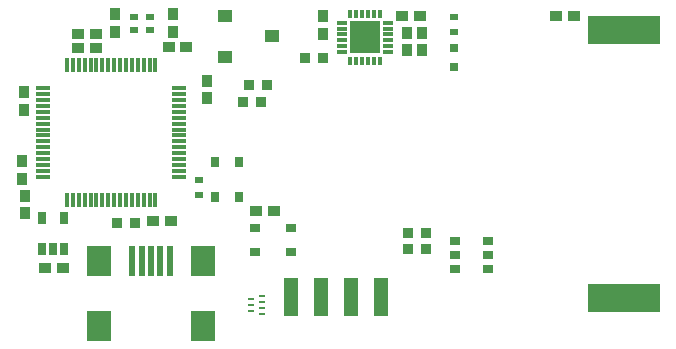
<source format=gbr>
%TF.GenerationSoftware,Altium Limited,Altium Designer,23.8.1 (32)*%
G04 Layer_Color=8421504*
%FSLAX45Y45*%
%MOMM*%
%TF.SameCoordinates,9B8521B9-100F-40E6-B2DB-B025D5793E82*%
%TF.FilePolarity,Positive*%
%TF.FileFunction,Paste,Top*%
%TF.Part,Single*%
G01*
G75*
%TA.AperFunction,ConnectorPad*%
%ADD10R,1.27000X3.18000*%
%TA.AperFunction,SMDPad,CuDef*%
%ADD11R,6.10000X2.40000*%
%ADD12R,2.00000X2.50000*%
%ADD13R,0.50000X2.50000*%
%ADD14R,0.30000X1.20000*%
%ADD15R,1.20000X0.30000*%
%ADD16R,0.80000X0.60000*%
%ADD17R,0.90000X0.70000*%
%ADD18R,1.00000X0.95000*%
%ADD19R,0.95000X1.00000*%
%ADD20R,0.35000X0.80000*%
%ADD21R,0.85000X0.35000*%
%ADD22R,2.60000X2.70000*%
%ADD23R,0.70000X0.90000*%
%ADD24R,0.66000X1.00000*%
%ADD25R,0.85000X0.90000*%
%ADD26R,0.94000X0.70000*%
%ADD27R,1.30000X1.00000*%
%ADD28R,0.53000X0.20000*%
%ADD29R,0.80000X0.80000*%
%TA.AperFunction,ConnectorPad*%
%ADD30R,0.95000X1.00000*%
%TA.AperFunction,SMDPad,CuDef*%
%ADD31R,0.67500X0.57500*%
D10*
X192000Y-1120000D02*
D03*
X-62000D02*
D03*
X-316000D02*
D03*
X-570000D02*
D03*
D11*
X2250000Y-1130000D02*
D03*
Y1140000D02*
D03*
D12*
X-1315000Y-812500D02*
D03*
Y-1362500D02*
D03*
X-2195000D02*
D03*
Y-812500D02*
D03*
D13*
X-1595000D02*
D03*
X-1675000D02*
D03*
X-1755000D02*
D03*
X-1835000D02*
D03*
X-1915000D02*
D03*
D14*
X-1717500Y850000D02*
D03*
X-1767500D02*
D03*
X-1817500D02*
D03*
X-1867500D02*
D03*
X-1917500D02*
D03*
X-1967500D02*
D03*
X-2017500D02*
D03*
X-2067500D02*
D03*
X-2117500D02*
D03*
X-2167500D02*
D03*
X-2217500D02*
D03*
X-2267500D02*
D03*
X-2317500D02*
D03*
X-2367500D02*
D03*
X-2417500D02*
D03*
X-2467500D02*
D03*
Y-300000D02*
D03*
X-2417500D02*
D03*
X-2367500D02*
D03*
X-2317500D02*
D03*
X-2267500D02*
D03*
X-2217500D02*
D03*
X-2167500D02*
D03*
X-2117500D02*
D03*
X-2067500D02*
D03*
X-2017500D02*
D03*
X-1967500D02*
D03*
X-1917500D02*
D03*
X-1867500D02*
D03*
X-1817500D02*
D03*
X-1767500D02*
D03*
X-1717500D02*
D03*
D15*
X-2667500Y650000D02*
D03*
Y600000D02*
D03*
Y550000D02*
D03*
Y500000D02*
D03*
Y450000D02*
D03*
Y400000D02*
D03*
Y350000D02*
D03*
Y300000D02*
D03*
Y250000D02*
D03*
Y200000D02*
D03*
Y150000D02*
D03*
Y100000D02*
D03*
Y50000D02*
D03*
Y-0D02*
D03*
Y-50000D02*
D03*
Y-100000D02*
D03*
X-1517500D02*
D03*
Y-50000D02*
D03*
Y-0D02*
D03*
Y50000D02*
D03*
Y100000D02*
D03*
Y150000D02*
D03*
Y200000D02*
D03*
Y250000D02*
D03*
Y300000D02*
D03*
Y350000D02*
D03*
Y400000D02*
D03*
Y450000D02*
D03*
Y500000D02*
D03*
Y550000D02*
D03*
Y600000D02*
D03*
Y650000D02*
D03*
D16*
X-1345000Y-125000D02*
D03*
Y-255000D02*
D03*
X810000Y1125000D02*
D03*
Y1255000D02*
D03*
D17*
X-872500Y-737500D02*
D03*
X-572500D02*
D03*
X-872500Y-537500D02*
D03*
X-572500D02*
D03*
D18*
X520000Y1260000D02*
D03*
X370000D02*
D03*
X-717500Y-390000D02*
D03*
X-867500D02*
D03*
X-2375000Y1110000D02*
D03*
X-2225000D02*
D03*
X1825000Y1260000D02*
D03*
X1675000D02*
D03*
X-1605000Y1000000D02*
D03*
X-1455000D02*
D03*
X-2375000Y990000D02*
D03*
X-2225000D02*
D03*
X-1590000Y-472500D02*
D03*
X-1740000D02*
D03*
X-2650000Y-875000D02*
D03*
X-2500000D02*
D03*
D19*
X412500Y1120000D02*
D03*
Y970000D02*
D03*
X542500Y1120000D02*
D03*
Y970000D02*
D03*
X-1280000Y565000D02*
D03*
Y715000D02*
D03*
X-2850000Y35000D02*
D03*
Y-115000D02*
D03*
X-2827500Y465000D02*
D03*
Y615000D02*
D03*
X-2820000Y-260000D02*
D03*
Y-410000D02*
D03*
D20*
X-70000Y880000D02*
D03*
X-20000D02*
D03*
X30000D02*
D03*
X80000D02*
D03*
X130000D02*
D03*
X180000D02*
D03*
X-70000Y1280000D02*
D03*
X-20000D02*
D03*
X30000D02*
D03*
X80000D02*
D03*
X130000D02*
D03*
X180000D02*
D03*
D21*
X252500Y955000D02*
D03*
Y1005000D02*
D03*
Y1055000D02*
D03*
Y1105000D02*
D03*
Y1155000D02*
D03*
Y1205000D02*
D03*
X-142500Y955000D02*
D03*
Y1005000D02*
D03*
Y1055000D02*
D03*
Y1105000D02*
D03*
Y1155000D02*
D03*
Y1205000D02*
D03*
D22*
X55000Y1080000D02*
D03*
D23*
X-1012500Y-275000D02*
D03*
Y25000D02*
D03*
X-1212500Y-275000D02*
D03*
Y25000D02*
D03*
D24*
X-2680000Y-710000D02*
D03*
X-2585000D02*
D03*
X-2490000D02*
D03*
Y-447000D02*
D03*
X-2680000D02*
D03*
D25*
X-1892500Y-487500D02*
D03*
X-2047500D02*
D03*
X-455000Y910000D02*
D03*
X-300000D02*
D03*
X-977500Y530000D02*
D03*
X-822500D02*
D03*
X-770000Y680000D02*
D03*
X-925000D02*
D03*
X417500Y-710000D02*
D03*
X572500D02*
D03*
X417500Y-580000D02*
D03*
X572500D02*
D03*
D26*
X1098500Y-878500D02*
D03*
X822500D02*
D03*
X1098500Y-760500D02*
D03*
X822500D02*
D03*
Y-642500D02*
D03*
X1098500D02*
D03*
D27*
X-1125000Y1265000D02*
D03*
Y915000D02*
D03*
X-735000Y1090000D02*
D03*
D28*
X-815800Y-1262500D02*
D03*
Y-1212500D02*
D03*
Y-1162500D02*
D03*
Y-1112500D02*
D03*
X-909200Y-1137500D02*
D03*
Y-1237500D02*
D03*
Y-1187500D02*
D03*
D29*
X810000Y990000D02*
D03*
Y830000D02*
D03*
D30*
X-2060000Y1130000D02*
D03*
Y1280000D02*
D03*
X-300000Y1260000D02*
D03*
Y1110000D02*
D03*
X-1570000Y1280000D02*
D03*
Y1130000D02*
D03*
D31*
X-1760050Y1142550D02*
D03*
X-1897450D02*
D03*
Y1249950D02*
D03*
X-1760000Y1250000D02*
D03*
%TF.MD5,892f68fff438e58d93753d470d25eb4b*%
M02*

</source>
